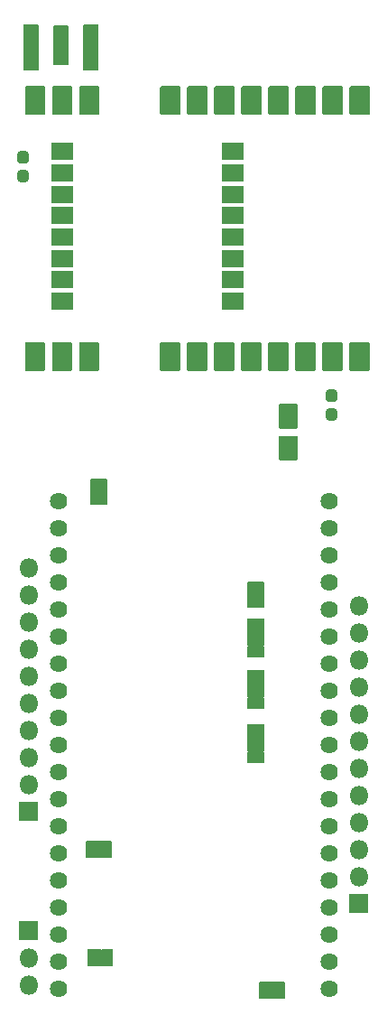
<source format=gts>
G04 #@! TF.GenerationSoftware,KiCad,Pcbnew,5.1.9+dfsg1-1+deb11u1*
G04 #@! TF.CreationDate,2023-03-18T22:01:19+02:00*
G04 #@! TF.ProjectId,lora_tracker_wide,6c6f7261-5f74-4726-9163-6b65725f7769,rev?*
G04 #@! TF.SameCoordinates,Original*
G04 #@! TF.FileFunction,Soldermask,Top*
G04 #@! TF.FilePolarity,Negative*
%FSLAX46Y46*%
G04 Gerber Fmt 4.6, Leading zero omitted, Abs format (unit mm)*
G04 Created by KiCad (PCBNEW 5.1.9+dfsg1-1+deb11u1) date 2023-03-18 22:01:19*
%MOMM*%
%LPD*%
G01*
G04 APERTURE LIST*
%ADD10O,1.802000X1.802000*%
%ADD11C,1.626000*%
%ADD12C,0.150000*%
G04 APERTURE END LIST*
G36*
G01*
X80820101Y-73450000D02*
X80820101Y-75950000D01*
G75*
G02*
X80718501Y-76051600I-101600J0D01*
G01*
X79018501Y-76051600D01*
G75*
G02*
X78916901Y-75950000I0J101600D01*
G01*
X78916901Y-73450000D01*
G75*
G02*
X79018501Y-73348400I101600J0D01*
G01*
X80718501Y-73348400D01*
G75*
G02*
X80820101Y-73450000I0J-101600D01*
G01*
G37*
G36*
G01*
X83360101Y-73450000D02*
X83360101Y-75950000D01*
G75*
G02*
X83258501Y-76051600I-101600J0D01*
G01*
X81558501Y-76051600D01*
G75*
G02*
X81456901Y-75950000I0J101600D01*
G01*
X81456901Y-73450000D01*
G75*
G02*
X81558501Y-73348400I101600J0D01*
G01*
X83258501Y-73348400D01*
G75*
G02*
X83360101Y-73450000I0J-101600D01*
G01*
G37*
G36*
G01*
X85900101Y-73450000D02*
X85900101Y-75950000D01*
G75*
G02*
X85798501Y-76051600I-101600J0D01*
G01*
X84098501Y-76051600D01*
G75*
G02*
X83996901Y-75950000I0J101600D01*
G01*
X83996901Y-73450000D01*
G75*
G02*
X84098501Y-73348400I101600J0D01*
G01*
X85798501Y-73348400D01*
G75*
G02*
X85900101Y-73450000I0J-101600D01*
G01*
G37*
G36*
G01*
X93500101Y-73450000D02*
X93500101Y-75950000D01*
G75*
G02*
X93398501Y-76051600I-101600J0D01*
G01*
X91698501Y-76051600D01*
G75*
G02*
X91596901Y-75950000I0J101600D01*
G01*
X91596901Y-73450000D01*
G75*
G02*
X91698501Y-73348400I101600J0D01*
G01*
X93398501Y-73348400D01*
G75*
G02*
X93500101Y-73450000I0J-101600D01*
G01*
G37*
G36*
G01*
X96040101Y-73450000D02*
X96040101Y-75950000D01*
G75*
G02*
X95938501Y-76051600I-101600J0D01*
G01*
X94238501Y-76051600D01*
G75*
G02*
X94136901Y-75950000I0J101600D01*
G01*
X94136901Y-73450000D01*
G75*
G02*
X94238501Y-73348400I101600J0D01*
G01*
X95938501Y-73348400D01*
G75*
G02*
X96040101Y-73450000I0J-101600D01*
G01*
G37*
G36*
G01*
X98580101Y-73450000D02*
X98580101Y-75950000D01*
G75*
G02*
X98478501Y-76051600I-101600J0D01*
G01*
X96778501Y-76051600D01*
G75*
G02*
X96676901Y-75950000I0J101600D01*
G01*
X96676901Y-73450000D01*
G75*
G02*
X96778501Y-73348400I101600J0D01*
G01*
X98478501Y-73348400D01*
G75*
G02*
X98580101Y-73450000I0J-101600D01*
G01*
G37*
G36*
G01*
X101120101Y-73450000D02*
X101120101Y-75950000D01*
G75*
G02*
X101018501Y-76051600I-101600J0D01*
G01*
X99318501Y-76051600D01*
G75*
G02*
X99216901Y-75950000I0J101600D01*
G01*
X99216901Y-73450000D01*
G75*
G02*
X99318501Y-73348400I101600J0D01*
G01*
X101018501Y-73348400D01*
G75*
G02*
X101120101Y-73450000I0J-101600D01*
G01*
G37*
G36*
G01*
X103660101Y-73450000D02*
X103660101Y-75950000D01*
G75*
G02*
X103558501Y-76051600I-101600J0D01*
G01*
X101858501Y-76051600D01*
G75*
G02*
X101756901Y-75950000I0J101600D01*
G01*
X101756901Y-73450000D01*
G75*
G02*
X101858501Y-73348400I101600J0D01*
G01*
X103558501Y-73348400D01*
G75*
G02*
X103660101Y-73450000I0J-101600D01*
G01*
G37*
G36*
G01*
X106200101Y-73450000D02*
X106200101Y-75950000D01*
G75*
G02*
X106098501Y-76051600I-101600J0D01*
G01*
X104398501Y-76051600D01*
G75*
G02*
X104296901Y-75950000I0J101600D01*
G01*
X104296901Y-73450000D01*
G75*
G02*
X104398501Y-73348400I101600J0D01*
G01*
X106098501Y-73348400D01*
G75*
G02*
X106200101Y-73450000I0J-101600D01*
G01*
G37*
G36*
G01*
X108740101Y-73450000D02*
X108740101Y-75950000D01*
G75*
G02*
X108638501Y-76051600I-101600J0D01*
G01*
X106938501Y-76051600D01*
G75*
G02*
X106836901Y-75950000I0J101600D01*
G01*
X106836901Y-73450000D01*
G75*
G02*
X106938501Y-73348400I101600J0D01*
G01*
X108638501Y-73348400D01*
G75*
G02*
X108740101Y-73450000I0J-101600D01*
G01*
G37*
G36*
G01*
X111280101Y-73450000D02*
X111280101Y-75950000D01*
G75*
G02*
X111178501Y-76051600I-101600J0D01*
G01*
X109478501Y-76051600D01*
G75*
G02*
X109376901Y-75950000I0J101600D01*
G01*
X109376901Y-73450000D01*
G75*
G02*
X109478501Y-73348400I101600J0D01*
G01*
X111178501Y-73348400D01*
G75*
G02*
X111280101Y-73450000I0J-101600D01*
G01*
G37*
G36*
G01*
X111280101Y-49450000D02*
X111280101Y-51950000D01*
G75*
G02*
X111178501Y-52051600I-101600J0D01*
G01*
X109478501Y-52051600D01*
G75*
G02*
X109376901Y-51950000I0J101600D01*
G01*
X109376901Y-49450000D01*
G75*
G02*
X109478501Y-49348400I101600J0D01*
G01*
X111178501Y-49348400D01*
G75*
G02*
X111280101Y-49450000I0J-101600D01*
G01*
G37*
G36*
G01*
X108740101Y-49450000D02*
X108740101Y-51950000D01*
G75*
G02*
X108638501Y-52051600I-101600J0D01*
G01*
X106938501Y-52051600D01*
G75*
G02*
X106836901Y-51950000I0J101600D01*
G01*
X106836901Y-49450000D01*
G75*
G02*
X106938501Y-49348400I101600J0D01*
G01*
X108638501Y-49348400D01*
G75*
G02*
X108740101Y-49450000I0J-101600D01*
G01*
G37*
G36*
G01*
X106200101Y-49450000D02*
X106200101Y-51950000D01*
G75*
G02*
X106098501Y-52051600I-101600J0D01*
G01*
X104398501Y-52051600D01*
G75*
G02*
X104296901Y-51950000I0J101600D01*
G01*
X104296901Y-49450000D01*
G75*
G02*
X104398501Y-49348400I101600J0D01*
G01*
X106098501Y-49348400D01*
G75*
G02*
X106200101Y-49450000I0J-101600D01*
G01*
G37*
G36*
G01*
X103660101Y-49450000D02*
X103660101Y-51950000D01*
G75*
G02*
X103558501Y-52051600I-101600J0D01*
G01*
X101858501Y-52051600D01*
G75*
G02*
X101756901Y-51950000I0J101600D01*
G01*
X101756901Y-49450000D01*
G75*
G02*
X101858501Y-49348400I101600J0D01*
G01*
X103558501Y-49348400D01*
G75*
G02*
X103660101Y-49450000I0J-101600D01*
G01*
G37*
G36*
G01*
X101120101Y-49450000D02*
X101120101Y-51950000D01*
G75*
G02*
X101018501Y-52051600I-101600J0D01*
G01*
X99318501Y-52051600D01*
G75*
G02*
X99216901Y-51950000I0J101600D01*
G01*
X99216901Y-49450000D01*
G75*
G02*
X99318501Y-49348400I101600J0D01*
G01*
X101018501Y-49348400D01*
G75*
G02*
X101120101Y-49450000I0J-101600D01*
G01*
G37*
G36*
G01*
X98580101Y-49450000D02*
X98580101Y-51950000D01*
G75*
G02*
X98478501Y-52051600I-101600J0D01*
G01*
X96778501Y-52051600D01*
G75*
G02*
X96676901Y-51950000I0J101600D01*
G01*
X96676901Y-49450000D01*
G75*
G02*
X96778501Y-49348400I101600J0D01*
G01*
X98478501Y-49348400D01*
G75*
G02*
X98580101Y-49450000I0J-101600D01*
G01*
G37*
G36*
G01*
X96040101Y-49450000D02*
X96040101Y-51950000D01*
G75*
G02*
X95938501Y-52051600I-101600J0D01*
G01*
X94238501Y-52051600D01*
G75*
G02*
X94136901Y-51950000I0J101600D01*
G01*
X94136901Y-49450000D01*
G75*
G02*
X94238501Y-49348400I101600J0D01*
G01*
X95938501Y-49348400D01*
G75*
G02*
X96040101Y-49450000I0J-101600D01*
G01*
G37*
G36*
G01*
X93500101Y-49450000D02*
X93500101Y-51950000D01*
G75*
G02*
X93398501Y-52051600I-101600J0D01*
G01*
X91698501Y-52051600D01*
G75*
G02*
X91596901Y-51950000I0J101600D01*
G01*
X91596901Y-49450000D01*
G75*
G02*
X91698501Y-49348400I101600J0D01*
G01*
X93398501Y-49348400D01*
G75*
G02*
X93500101Y-49450000I0J-101600D01*
G01*
G37*
G36*
G01*
X85900101Y-49450000D02*
X85900101Y-51950000D01*
G75*
G02*
X85798501Y-52051600I-101600J0D01*
G01*
X84098501Y-52051600D01*
G75*
G02*
X83996901Y-51950000I0J101600D01*
G01*
X83996901Y-49450000D01*
G75*
G02*
X84098501Y-49348400I101600J0D01*
G01*
X85798501Y-49348400D01*
G75*
G02*
X85900101Y-49450000I0J-101600D01*
G01*
G37*
G36*
G01*
X83360101Y-49450000D02*
X83360101Y-51950000D01*
G75*
G02*
X83258501Y-52051600I-101600J0D01*
G01*
X81558501Y-52051600D01*
G75*
G02*
X81456901Y-51950000I0J101600D01*
G01*
X81456901Y-49450000D01*
G75*
G02*
X81558501Y-49348400I101600J0D01*
G01*
X83258501Y-49348400D01*
G75*
G02*
X83360101Y-49450000I0J-101600D01*
G01*
G37*
G36*
G01*
X80820101Y-49450000D02*
X80820101Y-51950000D01*
G75*
G02*
X80718501Y-52051600I-101600J0D01*
G01*
X79018501Y-52051600D01*
G75*
G02*
X78916901Y-51950000I0J101600D01*
G01*
X78916901Y-49450000D01*
G75*
G02*
X79018501Y-49348400I101600J0D01*
G01*
X80718501Y-49348400D01*
G75*
G02*
X80820101Y-49450000I0J-101600D01*
G01*
G37*
G36*
G01*
X101334000Y-100343000D02*
X99834000Y-100343000D01*
G75*
G02*
X99783000Y-100292000I0J51000D01*
G01*
X99783000Y-99292000D01*
G75*
G02*
X99834000Y-99241000I51000J0D01*
G01*
X101334000Y-99241000D01*
G75*
G02*
X101385000Y-99292000I0J-51000D01*
G01*
X101385000Y-100292000D01*
G75*
G02*
X101334000Y-100343000I-51000J0D01*
G01*
G37*
G36*
G01*
X101334000Y-101643000D02*
X99834000Y-101643000D01*
G75*
G02*
X99783000Y-101592000I0J51000D01*
G01*
X99783000Y-100592000D01*
G75*
G02*
X99834000Y-100541000I51000J0D01*
G01*
X101334000Y-100541000D01*
G75*
G02*
X101385000Y-100592000I0J-51000D01*
G01*
X101385000Y-101592000D01*
G75*
G02*
X101334000Y-101643000I-51000J0D01*
G01*
G37*
G36*
G01*
X101334000Y-102943000D02*
X99834000Y-102943000D01*
G75*
G02*
X99783000Y-102892000I0J51000D01*
G01*
X99783000Y-101892000D01*
G75*
G02*
X99834000Y-101841000I51000J0D01*
G01*
X101334000Y-101841000D01*
G75*
G02*
X101385000Y-101892000I0J-51000D01*
G01*
X101385000Y-102892000D01*
G75*
G02*
X101334000Y-102943000I-51000J0D01*
G01*
G37*
G36*
G01*
X101334000Y-107769000D02*
X99834000Y-107769000D01*
G75*
G02*
X99783000Y-107718000I0J51000D01*
G01*
X99783000Y-106718000D01*
G75*
G02*
X99834000Y-106667000I51000J0D01*
G01*
X101334000Y-106667000D01*
G75*
G02*
X101385000Y-106718000I0J-51000D01*
G01*
X101385000Y-107718000D01*
G75*
G02*
X101334000Y-107769000I-51000J0D01*
G01*
G37*
G36*
G01*
X101334000Y-106469000D02*
X99834000Y-106469000D01*
G75*
G02*
X99783000Y-106418000I0J51000D01*
G01*
X99783000Y-105418000D01*
G75*
G02*
X99834000Y-105367000I51000J0D01*
G01*
X101334000Y-105367000D01*
G75*
G02*
X101385000Y-105418000I0J-51000D01*
G01*
X101385000Y-106418000D01*
G75*
G02*
X101334000Y-106469000I-51000J0D01*
G01*
G37*
G36*
G01*
X101334000Y-105169000D02*
X99834000Y-105169000D01*
G75*
G02*
X99783000Y-105118000I0J51000D01*
G01*
X99783000Y-104118000D01*
G75*
G02*
X99834000Y-104067000I51000J0D01*
G01*
X101334000Y-104067000D01*
G75*
G02*
X101385000Y-104118000I0J-51000D01*
G01*
X101385000Y-105118000D01*
G75*
G02*
X101334000Y-105169000I-51000J0D01*
G01*
G37*
G36*
G01*
X101334000Y-110249000D02*
X99834000Y-110249000D01*
G75*
G02*
X99783000Y-110198000I0J51000D01*
G01*
X99783000Y-109198000D01*
G75*
G02*
X99834000Y-109147000I51000J0D01*
G01*
X101334000Y-109147000D01*
G75*
G02*
X101385000Y-109198000I0J-51000D01*
G01*
X101385000Y-110198000D01*
G75*
G02*
X101334000Y-110249000I-51000J0D01*
G01*
G37*
G36*
G01*
X101334000Y-111549000D02*
X99834000Y-111549000D01*
G75*
G02*
X99783000Y-111498000I0J51000D01*
G01*
X99783000Y-110498000D01*
G75*
G02*
X99834000Y-110447000I51000J0D01*
G01*
X101334000Y-110447000D01*
G75*
G02*
X101385000Y-110498000I0J-51000D01*
G01*
X101385000Y-111498000D01*
G75*
G02*
X101334000Y-111549000I-51000J0D01*
G01*
G37*
G36*
G01*
X101334000Y-112849000D02*
X99834000Y-112849000D01*
G75*
G02*
X99783000Y-112798000I0J51000D01*
G01*
X99783000Y-111798000D01*
G75*
G02*
X99834000Y-111747000I51000J0D01*
G01*
X101334000Y-111747000D01*
G75*
G02*
X101385000Y-111798000I0J-51000D01*
G01*
X101385000Y-112798000D01*
G75*
G02*
X101334000Y-112849000I-51000J0D01*
G01*
G37*
G36*
G01*
X85753000Y-120154000D02*
X85753000Y-121654000D01*
G75*
G02*
X85702000Y-121705000I-51000J0D01*
G01*
X84702000Y-121705000D01*
G75*
G02*
X84651000Y-121654000I0J51000D01*
G01*
X84651000Y-120154000D01*
G75*
G02*
X84702000Y-120103000I51000J0D01*
G01*
X85702000Y-120103000D01*
G75*
G02*
X85753000Y-120154000I0J-51000D01*
G01*
G37*
G36*
G01*
X87053000Y-120154000D02*
X87053000Y-121654000D01*
G75*
G02*
X87002000Y-121705000I-51000J0D01*
G01*
X86002000Y-121705000D01*
G75*
G02*
X85951000Y-121654000I0J51000D01*
G01*
X85951000Y-120154000D01*
G75*
G02*
X86002000Y-120103000I51000J0D01*
G01*
X87002000Y-120103000D01*
G75*
G02*
X87053000Y-120154000I0J-51000D01*
G01*
G37*
G36*
G01*
X87195000Y-130314000D02*
X87195000Y-131814000D01*
G75*
G02*
X87144000Y-131865000I-51000J0D01*
G01*
X86144000Y-131865000D01*
G75*
G02*
X86093000Y-131814000I0J51000D01*
G01*
X86093000Y-130314000D01*
G75*
G02*
X86144000Y-130263000I51000J0D01*
G01*
X87144000Y-130263000D01*
G75*
G02*
X87195000Y-130314000I0J-51000D01*
G01*
G37*
G36*
G01*
X85895000Y-130314000D02*
X85895000Y-131814000D01*
G75*
G02*
X85844000Y-131865000I-51000J0D01*
G01*
X84844000Y-131865000D01*
G75*
G02*
X84793000Y-131814000I0J51000D01*
G01*
X84793000Y-130314000D01*
G75*
G02*
X84844000Y-130263000I51000J0D01*
G01*
X85844000Y-130263000D01*
G75*
G02*
X85895000Y-130314000I0J-51000D01*
G01*
G37*
G36*
G01*
X101334000Y-96929000D02*
X99834000Y-96929000D01*
G75*
G02*
X99783000Y-96878000I0J51000D01*
G01*
X99783000Y-95878000D01*
G75*
G02*
X99834000Y-95827000I51000J0D01*
G01*
X101334000Y-95827000D01*
G75*
G02*
X101385000Y-95878000I0J-51000D01*
G01*
X101385000Y-96878000D01*
G75*
G02*
X101334000Y-96929000I-51000J0D01*
G01*
G37*
G36*
G01*
X101334000Y-98229000D02*
X99834000Y-98229000D01*
G75*
G02*
X99783000Y-98178000I0J51000D01*
G01*
X99783000Y-97178000D01*
G75*
G02*
X99834000Y-97127000I51000J0D01*
G01*
X101334000Y-97127000D01*
G75*
G02*
X101385000Y-97178000I0J-51000D01*
G01*
X101385000Y-98178000D01*
G75*
G02*
X101334000Y-98229000I-51000J0D01*
G01*
G37*
G36*
G01*
X85847000Y-43620000D02*
X85847000Y-47820000D01*
G75*
G02*
X85796000Y-47871000I-51000J0D01*
G01*
X84446000Y-47871000D01*
G75*
G02*
X84395000Y-47820000I0J51000D01*
G01*
X84395000Y-43620000D01*
G75*
G02*
X84446000Y-43569000I51000J0D01*
G01*
X85796000Y-43569000D01*
G75*
G02*
X85847000Y-43620000I0J-51000D01*
G01*
G37*
G36*
G01*
X80197000Y-43620000D02*
X80197000Y-47820000D01*
G75*
G02*
X80146000Y-47871000I-51000J0D01*
G01*
X78796000Y-47871000D01*
G75*
G02*
X78745000Y-47820000I0J51000D01*
G01*
X78745000Y-43620000D01*
G75*
G02*
X78796000Y-43569000I51000J0D01*
G01*
X80146000Y-43569000D01*
G75*
G02*
X80197000Y-43620000I0J-51000D01*
G01*
G37*
G36*
G01*
X82982000Y-43720000D02*
X82982000Y-47320000D01*
G75*
G02*
X82931000Y-47371000I-51000J0D01*
G01*
X81661000Y-47371000D01*
G75*
G02*
X81610000Y-47320000I0J51000D01*
G01*
X81610000Y-43720000D01*
G75*
G02*
X81661000Y-43669000I51000J0D01*
G01*
X82931000Y-43669000D01*
G75*
G02*
X82982000Y-43720000I0J-51000D01*
G01*
G37*
G36*
G01*
X102832000Y-79137000D02*
X104432000Y-79137000D01*
G75*
G02*
X104483000Y-79188000I0J-51000D01*
G01*
X104483000Y-81388000D01*
G75*
G02*
X104432000Y-81439000I-51000J0D01*
G01*
X102832000Y-81439000D01*
G75*
G02*
X102781000Y-81388000I0J51000D01*
G01*
X102781000Y-79188000D01*
G75*
G02*
X102832000Y-79137000I51000J0D01*
G01*
G37*
G36*
G01*
X102832000Y-82137000D02*
X104432000Y-82137000D01*
G75*
G02*
X104483000Y-82188000I0J-51000D01*
G01*
X104483000Y-84388000D01*
G75*
G02*
X104432000Y-84439000I-51000J0D01*
G01*
X102832000Y-84439000D01*
G75*
G02*
X102781000Y-84388000I0J51000D01*
G01*
X102781000Y-82188000D01*
G75*
G02*
X102832000Y-82137000I51000J0D01*
G01*
G37*
G36*
G01*
X107433000Y-77797000D02*
X107959000Y-77797000D01*
G75*
G02*
X108222000Y-78060000I0J-263000D01*
G01*
X108222000Y-78686000D01*
G75*
G02*
X107959000Y-78949000I-263000J0D01*
G01*
X107433000Y-78949000D01*
G75*
G02*
X107170000Y-78686000I0J263000D01*
G01*
X107170000Y-78060000D01*
G75*
G02*
X107433000Y-77797000I263000J0D01*
G01*
G37*
G36*
G01*
X107433000Y-79547000D02*
X107959000Y-79547000D01*
G75*
G02*
X108222000Y-79810000I0J-263000D01*
G01*
X108222000Y-80436000D01*
G75*
G02*
X107959000Y-80699000I-263000J0D01*
G01*
X107433000Y-80699000D01*
G75*
G02*
X107170000Y-80436000I0J263000D01*
G01*
X107170000Y-79810000D01*
G75*
G02*
X107433000Y-79547000I263000J0D01*
G01*
G37*
G36*
G01*
X85102000Y-86175000D02*
X86602000Y-86175000D01*
G75*
G02*
X86653000Y-86226000I0J-51000D01*
G01*
X86653000Y-87226000D01*
G75*
G02*
X86602000Y-87277000I-51000J0D01*
G01*
X85102000Y-87277000D01*
G75*
G02*
X85051000Y-87226000I0J51000D01*
G01*
X85051000Y-86226000D01*
G75*
G02*
X85102000Y-86175000I51000J0D01*
G01*
G37*
G36*
G01*
X85102000Y-87475000D02*
X86602000Y-87475000D01*
G75*
G02*
X86653000Y-87526000I0J-51000D01*
G01*
X86653000Y-88526000D01*
G75*
G02*
X86602000Y-88577000I-51000J0D01*
G01*
X85102000Y-88577000D01*
G75*
G02*
X85051000Y-88526000I0J51000D01*
G01*
X85051000Y-87526000D01*
G75*
G02*
X85102000Y-87475000I51000J0D01*
G01*
G37*
G36*
G01*
X102009000Y-133362000D02*
X102009000Y-134862000D01*
G75*
G02*
X101958000Y-134913000I-51000J0D01*
G01*
X100958000Y-134913000D01*
G75*
G02*
X100907000Y-134862000I0J51000D01*
G01*
X100907000Y-133362000D01*
G75*
G02*
X100958000Y-133311000I51000J0D01*
G01*
X101958000Y-133311000D01*
G75*
G02*
X102009000Y-133362000I0J-51000D01*
G01*
G37*
G36*
G01*
X103309000Y-133362000D02*
X103309000Y-134862000D01*
G75*
G02*
X103258000Y-134913000I-51000J0D01*
G01*
X102258000Y-134913000D01*
G75*
G02*
X102207000Y-134862000I0J51000D01*
G01*
X102207000Y-133362000D01*
G75*
G02*
X102258000Y-133311000I51000J0D01*
G01*
X103258000Y-133311000D01*
G75*
G02*
X103309000Y-133362000I0J-51000D01*
G01*
G37*
G36*
G01*
X97373000Y-56234000D02*
X97373000Y-54734000D01*
G75*
G02*
X97424000Y-54683000I51000J0D01*
G01*
X99424000Y-54683000D01*
G75*
G02*
X99475000Y-54734000I0J-51000D01*
G01*
X99475000Y-56234000D01*
G75*
G02*
X99424000Y-56285000I-51000J0D01*
G01*
X97424000Y-56285000D01*
G75*
G02*
X97373000Y-56234000I0J51000D01*
G01*
G37*
G36*
G01*
X97373000Y-58234000D02*
X97373000Y-56734000D01*
G75*
G02*
X97424000Y-56683000I51000J0D01*
G01*
X99424000Y-56683000D01*
G75*
G02*
X99475000Y-56734000I0J-51000D01*
G01*
X99475000Y-58234000D01*
G75*
G02*
X99424000Y-58285000I-51000J0D01*
G01*
X97424000Y-58285000D01*
G75*
G02*
X97373000Y-58234000I0J51000D01*
G01*
G37*
G36*
G01*
X97373000Y-60234000D02*
X97373000Y-58734000D01*
G75*
G02*
X97424000Y-58683000I51000J0D01*
G01*
X99424000Y-58683000D01*
G75*
G02*
X99475000Y-58734000I0J-51000D01*
G01*
X99475000Y-60234000D01*
G75*
G02*
X99424000Y-60285000I-51000J0D01*
G01*
X97424000Y-60285000D01*
G75*
G02*
X97373000Y-60234000I0J51000D01*
G01*
G37*
G36*
G01*
X97373000Y-62234000D02*
X97373000Y-60734000D01*
G75*
G02*
X97424000Y-60683000I51000J0D01*
G01*
X99424000Y-60683000D01*
G75*
G02*
X99475000Y-60734000I0J-51000D01*
G01*
X99475000Y-62234000D01*
G75*
G02*
X99424000Y-62285000I-51000J0D01*
G01*
X97424000Y-62285000D01*
G75*
G02*
X97373000Y-62234000I0J51000D01*
G01*
G37*
G36*
G01*
X97373000Y-64234000D02*
X97373000Y-62734000D01*
G75*
G02*
X97424000Y-62683000I51000J0D01*
G01*
X99424000Y-62683000D01*
G75*
G02*
X99475000Y-62734000I0J-51000D01*
G01*
X99475000Y-64234000D01*
G75*
G02*
X99424000Y-64285000I-51000J0D01*
G01*
X97424000Y-64285000D01*
G75*
G02*
X97373000Y-64234000I0J51000D01*
G01*
G37*
G36*
G01*
X97373000Y-66234000D02*
X97373000Y-64734000D01*
G75*
G02*
X97424000Y-64683000I51000J0D01*
G01*
X99424000Y-64683000D01*
G75*
G02*
X99475000Y-64734000I0J-51000D01*
G01*
X99475000Y-66234000D01*
G75*
G02*
X99424000Y-66285000I-51000J0D01*
G01*
X97424000Y-66285000D01*
G75*
G02*
X97373000Y-66234000I0J51000D01*
G01*
G37*
G36*
G01*
X97373000Y-68234000D02*
X97373000Y-66734000D01*
G75*
G02*
X97424000Y-66683000I51000J0D01*
G01*
X99424000Y-66683000D01*
G75*
G02*
X99475000Y-66734000I0J-51000D01*
G01*
X99475000Y-68234000D01*
G75*
G02*
X99424000Y-68285000I-51000J0D01*
G01*
X97424000Y-68285000D01*
G75*
G02*
X97373000Y-68234000I0J51000D01*
G01*
G37*
G36*
G01*
X97373000Y-70234000D02*
X97373000Y-68734000D01*
G75*
G02*
X97424000Y-68683000I51000J0D01*
G01*
X99424000Y-68683000D01*
G75*
G02*
X99475000Y-68734000I0J-51000D01*
G01*
X99475000Y-70234000D01*
G75*
G02*
X99424000Y-70285000I-51000J0D01*
G01*
X97424000Y-70285000D01*
G75*
G02*
X97373000Y-70234000I0J51000D01*
G01*
G37*
G36*
G01*
X81373000Y-70234000D02*
X81373000Y-68734000D01*
G75*
G02*
X81424000Y-68683000I51000J0D01*
G01*
X83424000Y-68683000D01*
G75*
G02*
X83475000Y-68734000I0J-51000D01*
G01*
X83475000Y-70234000D01*
G75*
G02*
X83424000Y-70285000I-51000J0D01*
G01*
X81424000Y-70285000D01*
G75*
G02*
X81373000Y-70234000I0J51000D01*
G01*
G37*
G36*
G01*
X81373000Y-68234000D02*
X81373000Y-66734000D01*
G75*
G02*
X81424000Y-66683000I51000J0D01*
G01*
X83424000Y-66683000D01*
G75*
G02*
X83475000Y-66734000I0J-51000D01*
G01*
X83475000Y-68234000D01*
G75*
G02*
X83424000Y-68285000I-51000J0D01*
G01*
X81424000Y-68285000D01*
G75*
G02*
X81373000Y-68234000I0J51000D01*
G01*
G37*
G36*
G01*
X81373000Y-66234000D02*
X81373000Y-64734000D01*
G75*
G02*
X81424000Y-64683000I51000J0D01*
G01*
X83424000Y-64683000D01*
G75*
G02*
X83475000Y-64734000I0J-51000D01*
G01*
X83475000Y-66234000D01*
G75*
G02*
X83424000Y-66285000I-51000J0D01*
G01*
X81424000Y-66285000D01*
G75*
G02*
X81373000Y-66234000I0J51000D01*
G01*
G37*
G36*
G01*
X81373000Y-64234000D02*
X81373000Y-62734000D01*
G75*
G02*
X81424000Y-62683000I51000J0D01*
G01*
X83424000Y-62683000D01*
G75*
G02*
X83475000Y-62734000I0J-51000D01*
G01*
X83475000Y-64234000D01*
G75*
G02*
X83424000Y-64285000I-51000J0D01*
G01*
X81424000Y-64285000D01*
G75*
G02*
X81373000Y-64234000I0J51000D01*
G01*
G37*
G36*
G01*
X81373000Y-62234000D02*
X81373000Y-60734000D01*
G75*
G02*
X81424000Y-60683000I51000J0D01*
G01*
X83424000Y-60683000D01*
G75*
G02*
X83475000Y-60734000I0J-51000D01*
G01*
X83475000Y-62234000D01*
G75*
G02*
X83424000Y-62285000I-51000J0D01*
G01*
X81424000Y-62285000D01*
G75*
G02*
X81373000Y-62234000I0J51000D01*
G01*
G37*
G36*
G01*
X81373000Y-60234000D02*
X81373000Y-58734000D01*
G75*
G02*
X81424000Y-58683000I51000J0D01*
G01*
X83424000Y-58683000D01*
G75*
G02*
X83475000Y-58734000I0J-51000D01*
G01*
X83475000Y-60234000D01*
G75*
G02*
X83424000Y-60285000I-51000J0D01*
G01*
X81424000Y-60285000D01*
G75*
G02*
X81373000Y-60234000I0J51000D01*
G01*
G37*
G36*
G01*
X81373000Y-58234000D02*
X81373000Y-56734000D01*
G75*
G02*
X81424000Y-56683000I51000J0D01*
G01*
X83424000Y-56683000D01*
G75*
G02*
X83475000Y-56734000I0J-51000D01*
G01*
X83475000Y-58234000D01*
G75*
G02*
X83424000Y-58285000I-51000J0D01*
G01*
X81424000Y-58285000D01*
G75*
G02*
X81373000Y-58234000I0J51000D01*
G01*
G37*
G36*
G01*
X81373000Y-56234000D02*
X81373000Y-54734000D01*
G75*
G02*
X81424000Y-54683000I51000J0D01*
G01*
X83424000Y-54683000D01*
G75*
G02*
X83475000Y-54734000I0J-51000D01*
G01*
X83475000Y-56234000D01*
G75*
G02*
X83424000Y-56285000I-51000J0D01*
G01*
X81424000Y-56285000D01*
G75*
G02*
X81373000Y-56234000I0J51000D01*
G01*
G37*
G36*
G01*
X79003000Y-58347000D02*
X78477000Y-58347000D01*
G75*
G02*
X78214000Y-58084000I0J263000D01*
G01*
X78214000Y-57458000D01*
G75*
G02*
X78477000Y-57195000I263000J0D01*
G01*
X79003000Y-57195000D01*
G75*
G02*
X79266000Y-57458000I0J-263000D01*
G01*
X79266000Y-58084000D01*
G75*
G02*
X79003000Y-58347000I-263000J0D01*
G01*
G37*
G36*
G01*
X79003000Y-56597000D02*
X78477000Y-56597000D01*
G75*
G02*
X78214000Y-56334000I0J263000D01*
G01*
X78214000Y-55708000D01*
G75*
G02*
X78477000Y-55445000I263000J0D01*
G01*
X79003000Y-55445000D01*
G75*
G02*
X79266000Y-55708000I0J-263000D01*
G01*
X79266000Y-56334000D01*
G75*
G02*
X79003000Y-56597000I-263000J0D01*
G01*
G37*
G36*
G01*
X80149000Y-116498000D02*
X80149000Y-118198000D01*
G75*
G02*
X80098000Y-118249000I-51000J0D01*
G01*
X78398000Y-118249000D01*
G75*
G02*
X78347000Y-118198000I0J51000D01*
G01*
X78347000Y-116498000D01*
G75*
G02*
X78398000Y-116447000I51000J0D01*
G01*
X80098000Y-116447000D01*
G75*
G02*
X80149000Y-116498000I0J-51000D01*
G01*
G37*
D10*
X79248000Y-114808000D03*
X79248000Y-112268000D03*
X79248000Y-109728000D03*
X79248000Y-107188000D03*
X79248000Y-104648000D03*
X79248000Y-102108000D03*
X79248000Y-99568000D03*
X79248000Y-97028000D03*
X79248000Y-94488000D03*
G36*
G01*
X111137000Y-125134000D02*
X111137000Y-126834000D01*
G75*
G02*
X111086000Y-126885000I-51000J0D01*
G01*
X109386000Y-126885000D01*
G75*
G02*
X109335000Y-126834000I0J51000D01*
G01*
X109335000Y-125134000D01*
G75*
G02*
X109386000Y-125083000I51000J0D01*
G01*
X111086000Y-125083000D01*
G75*
G02*
X111137000Y-125134000I0J-51000D01*
G01*
G37*
X110236000Y-123444000D03*
X110236000Y-120904000D03*
X110236000Y-118364000D03*
X110236000Y-115824000D03*
X110236000Y-113284000D03*
X110236000Y-110744000D03*
X110236000Y-108204000D03*
X110236000Y-105664000D03*
X110236000Y-103124000D03*
X110236000Y-100584000D03*
X110236000Y-98044000D03*
G36*
G01*
X78347000Y-129374000D02*
X78347000Y-127674000D01*
G75*
G02*
X78398000Y-127623000I51000J0D01*
G01*
X80098000Y-127623000D01*
G75*
G02*
X80149000Y-127674000I0J-51000D01*
G01*
X80149000Y-129374000D01*
G75*
G02*
X80098000Y-129425000I-51000J0D01*
G01*
X78398000Y-129425000D01*
G75*
G02*
X78347000Y-129374000I0J51000D01*
G01*
G37*
X79248000Y-131064000D03*
X79248000Y-133604000D03*
D11*
X82042000Y-88265000D03*
X82042000Y-90805000D03*
X82042000Y-93345000D03*
X82042000Y-95885000D03*
X82042000Y-98425000D03*
X82042000Y-100965000D03*
X82042000Y-103505000D03*
X82042000Y-106045000D03*
X82042000Y-108585000D03*
X82042000Y-111125000D03*
X82042000Y-113665000D03*
X82042000Y-116205000D03*
X82042000Y-118745000D03*
X82042000Y-121285000D03*
X82042000Y-123825000D03*
X82042000Y-126365000D03*
X82042000Y-128905000D03*
X82042000Y-131445000D03*
X107442000Y-133985000D03*
X107442000Y-131445000D03*
X107442000Y-128905000D03*
X107442000Y-126365000D03*
X107442000Y-123825000D03*
X107442000Y-121285000D03*
X107442000Y-118745000D03*
X107442000Y-116205000D03*
X107442000Y-113665000D03*
X107442000Y-111125000D03*
X107442000Y-108585000D03*
X107442000Y-106045000D03*
X107442000Y-103505000D03*
X107442000Y-100965000D03*
X107442000Y-98425000D03*
X107442000Y-95885000D03*
X107442000Y-93345000D03*
X107442000Y-90805000D03*
X82042000Y-133985000D03*
X107442000Y-88265000D03*
D12*
G36*
X102208732Y-133310000D02*
G01*
X102209000Y-133311000D01*
X102209000Y-134913000D01*
X102208000Y-134914732D01*
X102207000Y-134915000D01*
X102009000Y-134915000D01*
X102007268Y-134914000D01*
X102007000Y-134913000D01*
X102007000Y-133311000D01*
X102008000Y-133309268D01*
X102009000Y-133309000D01*
X102207000Y-133309000D01*
X102208732Y-133310000D01*
G37*
G36*
X86094732Y-130262000D02*
G01*
X86095000Y-130263000D01*
X86095000Y-131865000D01*
X86094000Y-131866732D01*
X86093000Y-131867000D01*
X85895000Y-131867000D01*
X85893268Y-131866000D01*
X85893000Y-131865000D01*
X85893000Y-130263000D01*
X85894000Y-130261268D01*
X85895000Y-130261000D01*
X86093000Y-130261000D01*
X86094732Y-130262000D01*
G37*
G36*
X85952732Y-120102000D02*
G01*
X85953000Y-120103000D01*
X85953000Y-121705000D01*
X85952000Y-121706732D01*
X85951000Y-121707000D01*
X85753000Y-121707000D01*
X85751268Y-121706000D01*
X85751000Y-121705000D01*
X85751000Y-120103000D01*
X85752000Y-120101268D01*
X85753000Y-120101000D01*
X85951000Y-120101000D01*
X85952732Y-120102000D01*
G37*
G36*
X101386732Y-111548000D02*
G01*
X101387000Y-111549000D01*
X101387000Y-111747000D01*
X101386000Y-111748732D01*
X101385000Y-111749000D01*
X99783000Y-111749000D01*
X99781268Y-111748000D01*
X99781000Y-111747000D01*
X99781000Y-111549000D01*
X99782000Y-111547268D01*
X99783000Y-111547000D01*
X101385000Y-111547000D01*
X101386732Y-111548000D01*
G37*
G36*
X101386732Y-110248000D02*
G01*
X101387000Y-110249000D01*
X101387000Y-110447000D01*
X101386000Y-110448732D01*
X101385000Y-110449000D01*
X99783000Y-110449000D01*
X99781268Y-110448000D01*
X99781000Y-110447000D01*
X99781000Y-110249000D01*
X99782000Y-110247268D01*
X99783000Y-110247000D01*
X101385000Y-110247000D01*
X101386732Y-110248000D01*
G37*
G36*
X101386732Y-106468000D02*
G01*
X101387000Y-106469000D01*
X101387000Y-106667000D01*
X101386000Y-106668732D01*
X101385000Y-106669000D01*
X99783000Y-106669000D01*
X99781268Y-106668000D01*
X99781000Y-106667000D01*
X99781000Y-106469000D01*
X99782000Y-106467268D01*
X99783000Y-106467000D01*
X101385000Y-106467000D01*
X101386732Y-106468000D01*
G37*
G36*
X101386732Y-105168000D02*
G01*
X101387000Y-105169000D01*
X101387000Y-105367000D01*
X101386000Y-105368732D01*
X101385000Y-105369000D01*
X99783000Y-105369000D01*
X99781268Y-105368000D01*
X99781000Y-105367000D01*
X99781000Y-105169000D01*
X99782000Y-105167268D01*
X99783000Y-105167000D01*
X101385000Y-105167000D01*
X101386732Y-105168000D01*
G37*
G36*
X101386732Y-101642000D02*
G01*
X101387000Y-101643000D01*
X101387000Y-101841000D01*
X101386000Y-101842732D01*
X101385000Y-101843000D01*
X99783000Y-101843000D01*
X99781268Y-101842000D01*
X99781000Y-101841000D01*
X99781000Y-101643000D01*
X99782000Y-101641268D01*
X99783000Y-101641000D01*
X101385000Y-101641000D01*
X101386732Y-101642000D01*
G37*
G36*
X101386732Y-100342000D02*
G01*
X101387000Y-100343000D01*
X101387000Y-100541000D01*
X101386000Y-100542732D01*
X101385000Y-100543000D01*
X99783000Y-100543000D01*
X99781268Y-100542000D01*
X99781000Y-100541000D01*
X99781000Y-100343000D01*
X99782000Y-100341268D01*
X99783000Y-100341000D01*
X101385000Y-100341000D01*
X101386732Y-100342000D01*
G37*
G36*
X101386732Y-96928000D02*
G01*
X101387000Y-96929000D01*
X101387000Y-97127000D01*
X101386000Y-97128732D01*
X101385000Y-97129000D01*
X99783000Y-97129000D01*
X99781268Y-97128000D01*
X99781000Y-97127000D01*
X99781000Y-96929000D01*
X99782000Y-96927268D01*
X99783000Y-96927000D01*
X101385000Y-96927000D01*
X101386732Y-96928000D01*
G37*
G36*
X86654732Y-87276000D02*
G01*
X86655000Y-87277000D01*
X86655000Y-87475000D01*
X86654000Y-87476732D01*
X86653000Y-87477000D01*
X85051000Y-87477000D01*
X85049268Y-87476000D01*
X85049000Y-87475000D01*
X85049000Y-87277000D01*
X85050000Y-87275268D01*
X85051000Y-87275000D01*
X86653000Y-87275000D01*
X86654732Y-87276000D01*
G37*
M02*

</source>
